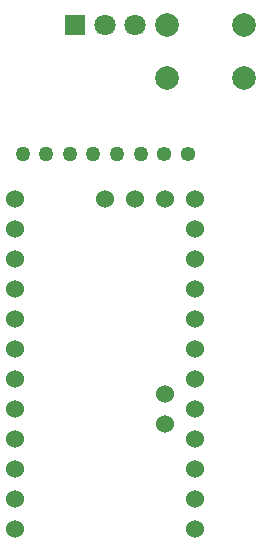
<source format=gbr>
%TF.GenerationSoftware,KiCad,Pcbnew,(5.1.9)-1*%
%TF.CreationDate,2021-04-07T01:06:44+02:00*%
%TF.ProjectId,HB-RC-6-PBU-LED_328,48422d52-432d-4362-9d50-42552d4c4544,rev?*%
%TF.SameCoordinates,Original*%
%TF.FileFunction,Soldermask,Bot*%
%TF.FilePolarity,Negative*%
%FSLAX46Y46*%
G04 Gerber Fmt 4.6, Leading zero omitted, Abs format (unit mm)*
G04 Created by KiCad (PCBNEW (5.1.9)-1) date 2021-04-07 01:06:44*
%MOMM*%
%LPD*%
G01*
G04 APERTURE LIST*
%ADD10C,2.000000*%
%ADD11C,1.524000*%
%ADD12O,1.270000X1.270000*%
%ADD13C,1.270000*%
%ADD14C,1.800000*%
%ADD15R,1.800000X1.800000*%
G04 APERTURE END LIST*
D10*
%TO.C,SW1*%
X140250000Y-72000000D03*
X140250000Y-76500000D03*
X146750000Y-72000000D03*
X146750000Y-76500000D03*
%TD*%
D11*
%TO.C,U1*%
X127380000Y-114700000D03*
X127380000Y-112160000D03*
X127380000Y-109620000D03*
X127380000Y-107080000D03*
X127380000Y-104540000D03*
X127380000Y-102000000D03*
X127380000Y-99460000D03*
X127380000Y-96920000D03*
X127380000Y-94380000D03*
X127380000Y-91840000D03*
X127380000Y-89300000D03*
X127380000Y-86760000D03*
X142620000Y-86760000D03*
X142620000Y-89300000D03*
X142620000Y-91840000D03*
X142620000Y-94380000D03*
X142620000Y-96920000D03*
X142620000Y-99460000D03*
X142620000Y-102000000D03*
X142620000Y-104540000D03*
X142620000Y-107080000D03*
X142620000Y-109620000D03*
X142620000Y-112160000D03*
X142620000Y-114700000D03*
X140080000Y-103270000D03*
X140080000Y-105810000D03*
X140080000Y-86760000D03*
X137540000Y-86760000D03*
X135000000Y-86760000D03*
%TD*%
D12*
%TO.C,IC1*%
X142000000Y-83000000D03*
X140000000Y-83000000D03*
D13*
X138000000Y-83000000D03*
X136000000Y-83000000D03*
X134000000Y-83000000D03*
X132000000Y-83000000D03*
X130000000Y-83000000D03*
X128000000Y-83000000D03*
%TD*%
D14*
%TO.C,D1*%
X137540000Y-72000000D03*
X135000000Y-72000000D03*
D15*
X132460000Y-72000000D03*
%TD*%
M02*

</source>
